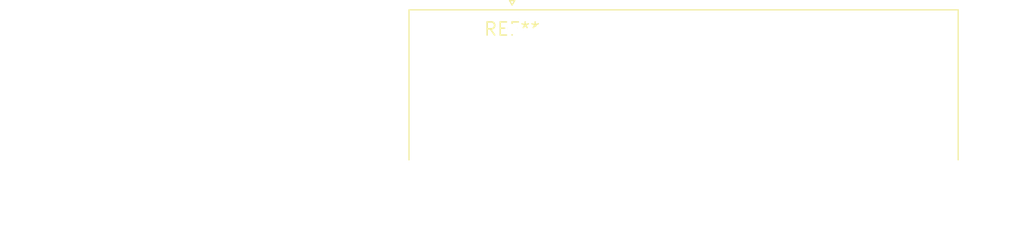
<source format=kicad_pcb>
(kicad_pcb (version 20240108) (generator pcbnew)
  (layers (0 "F.Cu" signal) (31 "B.Cu" signal) (34 "B.Paste" user) (35 "F.Paste" user) (36 "B.SilkS" user "B.Silkscreen") (37 "F.SilkS" user "F.Silkscreen") (38 "B.Mask" user) (39 "F.Mask" user) (44 "Edge.Cuts" user))
  (net 0 "")
  (footprint "DSUB-25_Male_Horizontal_P2.77x2.84mm_EdgePinOffset9.90mm_Housed_MountingHolesOffset11.32mm" (layer "F.Cu") (at 0 0)
    (property "Reference" "REF**")
    (property "Value" "DSUB-25_Male_Horizontal_P2.77x2.84mm_EdgePinOffset9.90mm_Housed_MountingHolesOffset11.32mm")
    (fp_line (start -9.99 -1.86) (end 43.23 -1.86) (layer "F.SilkS") (stroke (width 0.12)))
    (fp_line (start -9.99 12.68) (end -9.99 -1.86) (layer "F.SilkS") (stroke (width 0.12)))
    (fp_line (start -0.25 -2.754338) (end 0.25 -2.754338) (layer "F.SilkS") (stroke (width 0.12)))
    (fp_line (start 0 -2.321325) (end -0.25 -2.754338) (layer "F.SilkS") (stroke (width 0.12)))
    (fp_line (start 0.25 -2.754338) (end 0 -2.321325) (layer "F.SilkS") (stroke (width 0.12)))
    (fp_line (start 43.23 -1.86) (end 43.23 12.68) (layer "F.SilkS") (stroke (width 0.12)))
    (pad "0" thru_hole circle (at -6.93 1.42) (size 4 4) (drill 3.2) (layers *.Cu *.Mask) (remove_unused_layers))
    (pad "0" thru_hole circle (at 40.17 1.42) (size 4 4) (drill 3.2) (layers *.Cu *.Mask) (remove_unused_layers))
    (pad "1" thru_hole rect (at 0 0) (size 1.6 1.6) (drill 1) (layers *.Cu *.Mask) (remove_unused_layers))
    (pad "2" thru_hole circle (at 2.77 0) (size 1.6 1.6) (drill 1) (layers *.Cu *.Mask) (remove_unused_layers))
    (pad "3" thru_hole circle (at 5.54 0) (size 1.6 1.6) (drill 1) (layers *.Cu *.Mask) (remove_unused_layers))
    (pad "4" thru_hole circle (at 8.31 0) (size 1.6 1.6) (drill 1) (layers *.Cu *.Mask) (remove_unused_layers))
    (pad "5" thru_hole circle (at 11.08 0) (size 1.6 1.6) (drill 1) (layers *.Cu *.Mask) (remove_unused_layers))
    (pad "6" thru_hole circle (at 13.85 0) (size 1.6 1.6) (drill 1) (layers *.Cu *.Mask) (remove_unused_layers))
    (pad "7" thru_hole circle (at 16.62 0) (size 1.6 1.6) (drill 1) (layers *.Cu *.Mask) (remove_unused_layers))
    (pad "8" thru_hole circle (at 19.39 0) (size 1.6 1.6) (drill 1) (layers *.Cu *.Mask) (remove_unused_layers))
    (pad "9" thru_hole circle (at 22.16 0) (size 1.6 1.6) (drill 1) (layers *.Cu *.Mask) (remove_unused_layers))
    (pad "10" thru_hole circle (at 24.93 0) (size 1.6 1.6) (drill 1) (layers *.Cu *.Mask) (remove_unused_layers))
    (pad "11" thru_hole circle (at 27.7 0) (size 1.6 1.6) (drill 1) (layers *.Cu *.Mask) (remove_unused_layers))
    (pad "12" thru_hole circle (at 30.47 0) (size 1.6 1.6) (drill 1) (layers *.Cu *.Mask) (remove_unused_layers))
    (pad "13" thru_hole circle (at 33.24 0) (size 1.6 1.6) (drill 1) (layers *.Cu *.Mask) (remove_unused_layers))
    (pad "14" thru_hole circle (at 1.385 2.84) (size 1.6 1.6) (drill 1) (layers *.Cu *.Mask) (remove_unused_layers))
    (pad "15" thru_hole circle (at 4.155 2.84) (size 1.6 1.6) (drill 1) (layers *.Cu *.Mask) (remove_unused_layers))
    (pad "16" thru_hole circle (at 6.925 2.84) (size 1.6 1.6) (drill 1) (layers *.Cu *.Mask) (remove_unused_layers))
    (pad "17" thru_hole circle (at 9.695 2.84) (size 1.6 1.6) (drill 1) (layers *.Cu *.Mask) (remove_unused_layers))
    (pad "18" thru_hole circle (at 12.465 2.84) (size 1.6 1.6) (drill 1) (layers *.Cu *.Mask) (remove_unused_layers))
    (pad "19" thru_hole circle (at 15.235 2.84) (size 1.6 1.6) (drill 1) (layers *.Cu *.Mask) (remove_unused_layers))
    (pad "20" thru_hole circle (at 18.005 2.84) (size 1.6 1.6) (drill 1) (layers *.Cu *.Mask) (remove_unused_layers))
    (pad "21" thru_hole circle (at 20.775 2.84) (size 1.6 1.6) (drill 1) (layers *.Cu *.Mask) (remove_unused_layers))
    (pad "22" thru_hole circle (at 23.545 2.84) (size 1.6 1.6) (drill 1) (layers *.Cu *.Mask) (remove_unused_layers))
    (pad "23" thru_hole circle (at 26.315 2.84) (size 1.6 1.6) (drill 1) (layers *.Cu *.Mask) (remove_unused_layers))
    (pad "24" thru_hole circle (at 29.085 2.84) (size 1.6 1.6) (drill 1) (layers *.Cu *.Mask) (remove_unused_layers))
    (pad "25" thru_hole circle (at 31.855 2.84) (size 1.6 1.6) (drill 1) (layers *.Cu *.Mask) (remove_unused_layers))
  )
)
</source>
